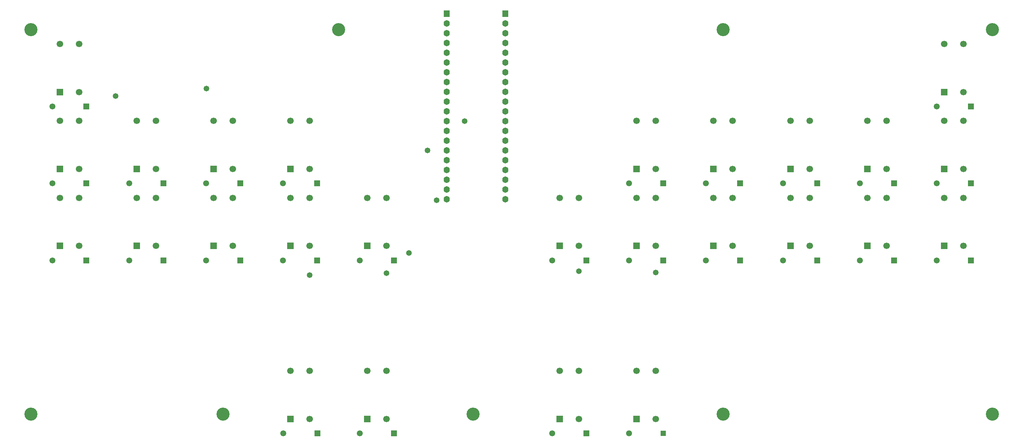
<source format=gbr>
G04*
G04 #@! TF.GenerationSoftware,Altium Limited,Altium Designer,23.10.1 (27)*
G04*
G04 Layer_Color=16711935*
%FSLAX44Y44*%
%MOMM*%
G71*
G04*
G04 #@! TF.SameCoordinates,93BA021C-4F65-4C52-B2D2-680D5BDB3C73*
G04*
G04*
G04 #@! TF.FilePolarity,Negative*
G04*
G01*
G75*
%ADD17R,1.7000X1.7000*%
%ADD18C,1.7000*%
%ADD19O,1.6032X1.7032*%
%ADD20R,1.6032X1.7032*%
%ADD21R,1.4000X1.4000*%
%ADD22C,3.4032*%
%ADD23R,1.5500X1.5500*%
%ADD24C,1.5500*%
%ADD25C,1.4732*%
D17*
X775000Y737500D02*
D03*
X1875000Y737500D02*
D03*
X2475000Y937500D02*
D03*
Y737500D02*
D03*
X2075000Y537500D02*
D03*
X1675000D02*
D03*
X1475000D02*
D03*
X1675000Y737500D02*
D03*
X2475000Y537500D02*
D03*
X2275000D02*
D03*
Y737500D02*
D03*
X2075000D02*
D03*
X975000Y537500D02*
D03*
X775000Y87499D02*
D03*
Y537500D02*
D03*
X575000Y737500D02*
D03*
X375000D02*
D03*
X575000Y537500D02*
D03*
X375000D02*
D03*
X175000Y937499D02*
D03*
Y737500D02*
D03*
Y537500D02*
D03*
X975000Y87499D02*
D03*
X1475000Y87500D02*
D03*
X1875000Y537500D02*
D03*
X1675000Y87500D02*
D03*
D18*
X775000Y862500D02*
D03*
X825000Y737500D02*
D03*
Y862500D02*
D03*
X2525000Y1062500D02*
D03*
Y937500D02*
D03*
X2475000Y1062500D02*
D03*
Y862500D02*
D03*
X2525000Y737500D02*
D03*
Y862500D02*
D03*
X2125000Y537500D02*
D03*
X2075000Y662500D02*
D03*
X1725000D02*
D03*
Y537500D02*
D03*
X1675000Y662500D02*
D03*
X1525000D02*
D03*
Y537500D02*
D03*
X1475000Y662500D02*
D03*
X1725000Y862500D02*
D03*
Y737500D02*
D03*
X1675000Y862500D02*
D03*
X2525000Y662500D02*
D03*
Y537500D02*
D03*
X2475000Y662500D02*
D03*
X2325000D02*
D03*
Y537500D02*
D03*
X2275000Y662500D02*
D03*
X2325000Y862500D02*
D03*
Y737500D02*
D03*
X2275000Y862500D02*
D03*
X2125000D02*
D03*
Y737500D02*
D03*
X2075000Y862500D02*
D03*
X1925000D02*
D03*
Y737500D02*
D03*
X1875000Y862500D02*
D03*
X825000Y212499D02*
D03*
Y87499D02*
D03*
X775000Y212499D02*
D03*
X825000Y662499D02*
D03*
Y537500D02*
D03*
X775000Y662499D02*
D03*
X625000Y862500D02*
D03*
Y737500D02*
D03*
X575000Y862500D02*
D03*
X425000D02*
D03*
Y737500D02*
D03*
X375000Y862500D02*
D03*
X625000Y662499D02*
D03*
Y537500D02*
D03*
X575000Y662499D02*
D03*
X425000D02*
D03*
Y537500D02*
D03*
X375000Y662499D02*
D03*
X225000Y1062499D02*
D03*
Y937499D02*
D03*
X175000Y1062499D02*
D03*
X225000Y862500D02*
D03*
Y737500D02*
D03*
X175000Y862500D02*
D03*
X225000Y662499D02*
D03*
Y537500D02*
D03*
X175000Y662499D02*
D03*
X2125000Y662500D02*
D03*
X1025000Y212499D02*
D03*
Y87499D02*
D03*
X975000Y212499D02*
D03*
X1525000Y212500D02*
D03*
Y87500D02*
D03*
X1475000Y212500D02*
D03*
X1925000Y662500D02*
D03*
Y537500D02*
D03*
X1875000Y662500D02*
D03*
X1725000Y212500D02*
D03*
Y87500D02*
D03*
X1675000Y212500D02*
D03*
X1025000Y662499D02*
D03*
Y537500D02*
D03*
X975000Y662499D02*
D03*
D19*
X1181560Y1090500D02*
D03*
Y1065100D02*
D03*
Y1039700D02*
D03*
Y1014300D02*
D03*
Y988900D02*
D03*
Y963500D02*
D03*
Y938100D02*
D03*
Y912700D02*
D03*
Y887300D02*
D03*
Y861900D02*
D03*
Y836500D02*
D03*
Y811100D02*
D03*
Y785700D02*
D03*
Y760300D02*
D03*
Y734900D02*
D03*
Y709500D02*
D03*
Y658700D02*
D03*
Y684100D02*
D03*
Y1115900D02*
D03*
X1333760D02*
D03*
Y1090500D02*
D03*
Y1065100D02*
D03*
Y1039700D02*
D03*
Y1014300D02*
D03*
Y988900D02*
D03*
Y963500D02*
D03*
Y938100D02*
D03*
Y912700D02*
D03*
Y887300D02*
D03*
Y861900D02*
D03*
Y836500D02*
D03*
Y811100D02*
D03*
Y785700D02*
D03*
Y760300D02*
D03*
Y734900D02*
D03*
Y709500D02*
D03*
Y684100D02*
D03*
Y658700D02*
D03*
D20*
X1181560Y1141300D02*
D03*
X1333760D02*
D03*
D21*
X1744400Y50000D02*
D03*
D22*
X1900000Y100000D02*
D03*
X1250000D02*
D03*
X600000D02*
D03*
X900000Y1100000D02*
D03*
X1900000D02*
D03*
X2600000D02*
D03*
Y100000D02*
D03*
X100000D02*
D03*
Y1100000D02*
D03*
D23*
X2544400Y900000D02*
D03*
Y700000D02*
D03*
X2144400D02*
D03*
X2344400D02*
D03*
X2544400Y500000D02*
D03*
X2344400D02*
D03*
X1744400Y700000D02*
D03*
X2144400Y500000D02*
D03*
X244400Y699999D02*
D03*
Y900000D02*
D03*
X444400Y699999D02*
D03*
X244400Y499999D02*
D03*
X444400D02*
D03*
X644400D02*
D03*
X844400D02*
D03*
X644400Y699999D02*
D03*
X844400D02*
D03*
X1044400Y499999D02*
D03*
X1744400Y500000D02*
D03*
X1944400D02*
D03*
Y700000D02*
D03*
X1544400Y50000D02*
D03*
Y500000D02*
D03*
X1044400Y49999D02*
D03*
X845010D02*
D03*
D24*
X2455600Y900000D02*
D03*
Y700000D02*
D03*
X2055600D02*
D03*
X2255600D02*
D03*
X2455600Y500000D02*
D03*
X2255600D02*
D03*
X1655600Y700000D02*
D03*
X2055600Y500000D02*
D03*
X155600Y699999D02*
D03*
Y900000D02*
D03*
X355600Y699999D02*
D03*
X155600Y499999D02*
D03*
X355600D02*
D03*
X555600D02*
D03*
X755600D02*
D03*
X555600Y699999D02*
D03*
X755600D02*
D03*
X955600Y499999D02*
D03*
X1655600Y50000D02*
D03*
Y500000D02*
D03*
X1855600D02*
D03*
Y700000D02*
D03*
X1455600Y50000D02*
D03*
Y500000D02*
D03*
X955600Y49999D02*
D03*
X756210D02*
D03*
D25*
X1228000Y862000D02*
D03*
X1131000Y786000D02*
D03*
X320000Y927000D02*
D03*
X556000Y947000D02*
D03*
X1155000Y656000D02*
D03*
X1083000Y519000D02*
D03*
X1025000Y467000D02*
D03*
X825000Y462000D02*
D03*
X1525000Y472000D02*
D03*
X1725000Y468000D02*
D03*
M02*

</source>
